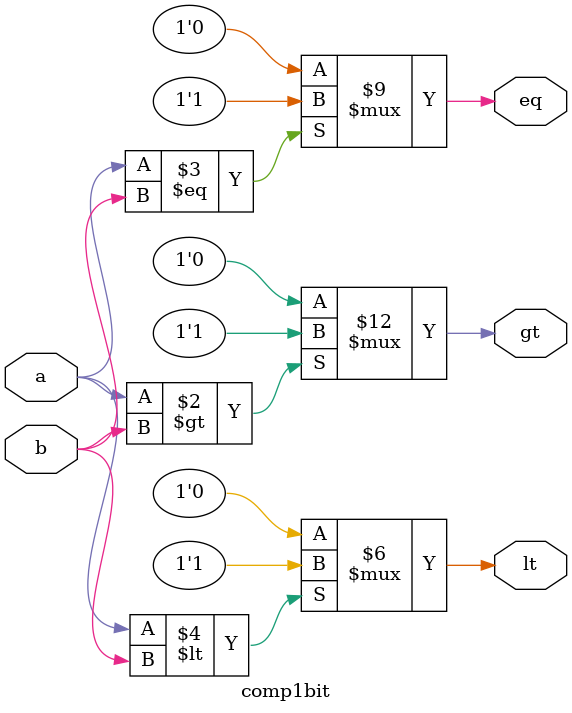
<source format=v>
module comp1bit(a,b,gt,eq,lt);
input a,b;
output reg gt,eq,lt;
always @ (*) begin
gt=0;
eq=0;
lt=0;
if(a>b)gt=1;
if(a==b) eq=1;
if(a<b) lt=1;
end 
endmodule

</source>
